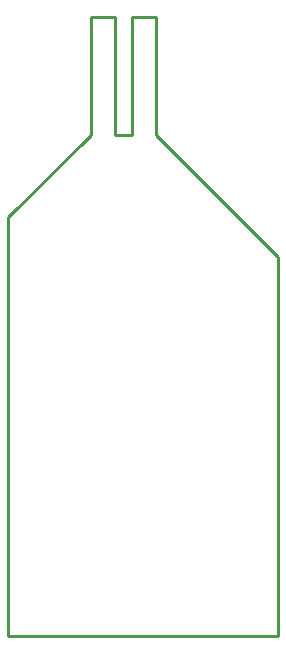
<source format=gko>
%FSTAX24Y24*%
%MOIN*%
G70*
G01*
G75*
G04 Layer_Color=16711935*
%ADD10R,0.0709X0.0709*%
%ADD11R,0.0512X0.0472*%
%ADD12R,0.0374X0.1004*%
%ADD13R,0.1299X0.1004*%
%ADD14R,0.0512X0.0394*%
%ADD15R,0.0394X0.0512*%
%ADD16R,0.0630X0.0630*%
%ADD17O,0.0906X0.0236*%
%ADD18C,0.0100*%
%ADD19R,0.0591X0.0591*%
%ADD20C,0.0591*%
%ADD21C,0.0320*%
%ADD22R,0.0630X0.0630*%
%ADD23R,0.0374X0.0315*%
%ADD24R,0.0984X0.0512*%
%ADD25R,0.0787X0.3937*%
%ADD26R,0.0789X0.0789*%
%ADD27R,0.0592X0.0552*%
%ADD28R,0.0454X0.1084*%
%ADD29R,0.1379X0.1084*%
%ADD30R,0.0592X0.0474*%
%ADD31R,0.0474X0.0592*%
%ADD32R,0.0710X0.0710*%
%ADD33O,0.0986X0.0316*%
%ADD34R,0.0671X0.0671*%
%ADD35C,0.0671*%
%ADD36C,0.0400*%
%ADD37R,0.0710X0.0710*%
%ADD38R,0.0454X0.0395*%
%ADD39R,0.1064X0.0592*%
D18*
X243141Y180391D02*
Y193037D01*
X238291Y201037D02*
X239078D01*
Y1971D02*
Y201037D01*
Y1971D02*
X243141Y193037D01*
X236913Y201037D02*
X2377D01*
X236913Y1971D02*
Y201037D01*
X234157Y194344D02*
X236913Y1971D01*
X234157Y180391D02*
Y194344D01*
X2377Y1971D02*
Y201037D01*
Y1971D02*
X238291D01*
Y201037D01*
X234157Y180391D02*
X243141D01*
M02*

</source>
